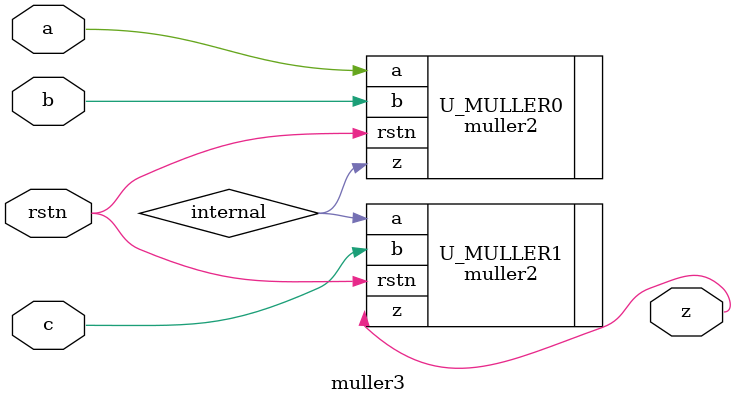
<source format=v>

module muller3 (/*AUTOARG*/
   // Outputs
   z,
   // Inputs
   a, b, c, rstn
   );
   input a;
   input b;
   input c;

   output z;
   input  rstn;




   /*AUTOINPUT*/
   /*AUTOOUTPUT*/

   /*AUTOREG*/
   /*AUTOWIRE*/
   wire                 internal;
   wire                 z;


   muller2 U_MULLER0(.a(a), .b(b), .rstn(rstn), .z(internal));
   muller2 U_MULLER1(.a(internal), .b(c), .rstn(rstn), .z(z));



endmodule // muller3
/*
 Local Variables:
 verilog-library-directories:(
 "."
 )
 End:
 */

</source>
